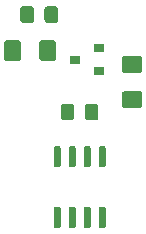
<source format=gbr>
G04 #@! TF.GenerationSoftware,KiCad,Pcbnew,(5.1.5)-1*
G04 #@! TF.CreationDate,2021-04-01T17:00:37+02:00*
G04 #@! TF.ProjectId,KonstantStromQuelle,4b6f6e73-7461-46e7-9453-74726f6d5175,rev?*
G04 #@! TF.SameCoordinates,Original*
G04 #@! TF.FileFunction,Paste,Top*
G04 #@! TF.FilePolarity,Positive*
%FSLAX46Y46*%
G04 Gerber Fmt 4.6, Leading zero omitted, Abs format (unit mm)*
G04 Created by KiCad (PCBNEW (5.1.5)-1) date 2021-04-01 17:00:37*
%MOMM*%
%LPD*%
G04 APERTURE LIST*
%ADD10C,0.100000*%
%ADD11R,0.900000X0.800000*%
G04 APERTURE END LIST*
D10*
G36*
X127958504Y-65674204D02*
G01*
X127982773Y-65677804D01*
X128006571Y-65683765D01*
X128029671Y-65692030D01*
X128051849Y-65702520D01*
X128072893Y-65715133D01*
X128092598Y-65729747D01*
X128110777Y-65746223D01*
X128127253Y-65764402D01*
X128141867Y-65784107D01*
X128154480Y-65805151D01*
X128164970Y-65827329D01*
X128173235Y-65850429D01*
X128179196Y-65874227D01*
X128182796Y-65898496D01*
X128184000Y-65923000D01*
X128184000Y-67173000D01*
X128182796Y-67197504D01*
X128179196Y-67221773D01*
X128173235Y-67245571D01*
X128164970Y-67268671D01*
X128154480Y-67290849D01*
X128141867Y-67311893D01*
X128127253Y-67331598D01*
X128110777Y-67349777D01*
X128092598Y-67366253D01*
X128072893Y-67380867D01*
X128051849Y-67393480D01*
X128029671Y-67403970D01*
X128006571Y-67412235D01*
X127982773Y-67418196D01*
X127958504Y-67421796D01*
X127934000Y-67423000D01*
X127009000Y-67423000D01*
X126984496Y-67421796D01*
X126960227Y-67418196D01*
X126936429Y-67412235D01*
X126913329Y-67403970D01*
X126891151Y-67393480D01*
X126870107Y-67380867D01*
X126850402Y-67366253D01*
X126832223Y-67349777D01*
X126815747Y-67331598D01*
X126801133Y-67311893D01*
X126788520Y-67290849D01*
X126778030Y-67268671D01*
X126769765Y-67245571D01*
X126763804Y-67221773D01*
X126760204Y-67197504D01*
X126759000Y-67173000D01*
X126759000Y-65923000D01*
X126760204Y-65898496D01*
X126763804Y-65874227D01*
X126769765Y-65850429D01*
X126778030Y-65827329D01*
X126788520Y-65805151D01*
X126801133Y-65784107D01*
X126815747Y-65764402D01*
X126832223Y-65746223D01*
X126850402Y-65729747D01*
X126870107Y-65715133D01*
X126891151Y-65702520D01*
X126913329Y-65692030D01*
X126936429Y-65683765D01*
X126960227Y-65677804D01*
X126984496Y-65674204D01*
X127009000Y-65673000D01*
X127934000Y-65673000D01*
X127958504Y-65674204D01*
G37*
G36*
X124983504Y-65674204D02*
G01*
X125007773Y-65677804D01*
X125031571Y-65683765D01*
X125054671Y-65692030D01*
X125076849Y-65702520D01*
X125097893Y-65715133D01*
X125117598Y-65729747D01*
X125135777Y-65746223D01*
X125152253Y-65764402D01*
X125166867Y-65784107D01*
X125179480Y-65805151D01*
X125189970Y-65827329D01*
X125198235Y-65850429D01*
X125204196Y-65874227D01*
X125207796Y-65898496D01*
X125209000Y-65923000D01*
X125209000Y-67173000D01*
X125207796Y-67197504D01*
X125204196Y-67221773D01*
X125198235Y-67245571D01*
X125189970Y-67268671D01*
X125179480Y-67290849D01*
X125166867Y-67311893D01*
X125152253Y-67331598D01*
X125135777Y-67349777D01*
X125117598Y-67366253D01*
X125097893Y-67380867D01*
X125076849Y-67393480D01*
X125054671Y-67403970D01*
X125031571Y-67412235D01*
X125007773Y-67418196D01*
X124983504Y-67421796D01*
X124959000Y-67423000D01*
X124034000Y-67423000D01*
X124009496Y-67421796D01*
X123985227Y-67418196D01*
X123961429Y-67412235D01*
X123938329Y-67403970D01*
X123916151Y-67393480D01*
X123895107Y-67380867D01*
X123875402Y-67366253D01*
X123857223Y-67349777D01*
X123840747Y-67331598D01*
X123826133Y-67311893D01*
X123813520Y-67290849D01*
X123803030Y-67268671D01*
X123794765Y-67245571D01*
X123788804Y-67221773D01*
X123785204Y-67197504D01*
X123784000Y-67173000D01*
X123784000Y-65923000D01*
X123785204Y-65898496D01*
X123788804Y-65874227D01*
X123794765Y-65850429D01*
X123803030Y-65827329D01*
X123813520Y-65805151D01*
X123826133Y-65784107D01*
X123840747Y-65764402D01*
X123857223Y-65746223D01*
X123875402Y-65729747D01*
X123895107Y-65715133D01*
X123916151Y-65702520D01*
X123938329Y-65692030D01*
X123961429Y-65683765D01*
X123985227Y-65677804D01*
X124009496Y-65674204D01*
X124034000Y-65673000D01*
X124959000Y-65673000D01*
X124983504Y-65674204D01*
G37*
G36*
X129499505Y-71056204D02*
G01*
X129523773Y-71059804D01*
X129547572Y-71065765D01*
X129570671Y-71074030D01*
X129592850Y-71084520D01*
X129613893Y-71097132D01*
X129633599Y-71111747D01*
X129651777Y-71128223D01*
X129668253Y-71146401D01*
X129682868Y-71166107D01*
X129695480Y-71187150D01*
X129705970Y-71209329D01*
X129714235Y-71232428D01*
X129720196Y-71256227D01*
X129723796Y-71280495D01*
X129725000Y-71304999D01*
X129725000Y-72205001D01*
X129723796Y-72229505D01*
X129720196Y-72253773D01*
X129714235Y-72277572D01*
X129705970Y-72300671D01*
X129695480Y-72322850D01*
X129682868Y-72343893D01*
X129668253Y-72363599D01*
X129651777Y-72381777D01*
X129633599Y-72398253D01*
X129613893Y-72412868D01*
X129592850Y-72425480D01*
X129570671Y-72435970D01*
X129547572Y-72444235D01*
X129523773Y-72450196D01*
X129499505Y-72453796D01*
X129475001Y-72455000D01*
X128824999Y-72455000D01*
X128800495Y-72453796D01*
X128776227Y-72450196D01*
X128752428Y-72444235D01*
X128729329Y-72435970D01*
X128707150Y-72425480D01*
X128686107Y-72412868D01*
X128666401Y-72398253D01*
X128648223Y-72381777D01*
X128631747Y-72363599D01*
X128617132Y-72343893D01*
X128604520Y-72322850D01*
X128594030Y-72300671D01*
X128585765Y-72277572D01*
X128579804Y-72253773D01*
X128576204Y-72229505D01*
X128575000Y-72205001D01*
X128575000Y-71304999D01*
X128576204Y-71280495D01*
X128579804Y-71256227D01*
X128585765Y-71232428D01*
X128594030Y-71209329D01*
X128604520Y-71187150D01*
X128617132Y-71166107D01*
X128631747Y-71146401D01*
X128648223Y-71128223D01*
X128666401Y-71111747D01*
X128686107Y-71097132D01*
X128707150Y-71084520D01*
X128729329Y-71074030D01*
X128752428Y-71065765D01*
X128776227Y-71059804D01*
X128800495Y-71056204D01*
X128824999Y-71055000D01*
X129475001Y-71055000D01*
X129499505Y-71056204D01*
G37*
G36*
X131549505Y-71056204D02*
G01*
X131573773Y-71059804D01*
X131597572Y-71065765D01*
X131620671Y-71074030D01*
X131642850Y-71084520D01*
X131663893Y-71097132D01*
X131683599Y-71111747D01*
X131701777Y-71128223D01*
X131718253Y-71146401D01*
X131732868Y-71166107D01*
X131745480Y-71187150D01*
X131755970Y-71209329D01*
X131764235Y-71232428D01*
X131770196Y-71256227D01*
X131773796Y-71280495D01*
X131775000Y-71304999D01*
X131775000Y-72205001D01*
X131773796Y-72229505D01*
X131770196Y-72253773D01*
X131764235Y-72277572D01*
X131755970Y-72300671D01*
X131745480Y-72322850D01*
X131732868Y-72343893D01*
X131718253Y-72363599D01*
X131701777Y-72381777D01*
X131683599Y-72398253D01*
X131663893Y-72412868D01*
X131642850Y-72425480D01*
X131620671Y-72435970D01*
X131597572Y-72444235D01*
X131573773Y-72450196D01*
X131549505Y-72453796D01*
X131525001Y-72455000D01*
X130874999Y-72455000D01*
X130850495Y-72453796D01*
X130826227Y-72450196D01*
X130802428Y-72444235D01*
X130779329Y-72435970D01*
X130757150Y-72425480D01*
X130736107Y-72412868D01*
X130716401Y-72398253D01*
X130698223Y-72381777D01*
X130681747Y-72363599D01*
X130667132Y-72343893D01*
X130654520Y-72322850D01*
X130644030Y-72300671D01*
X130635765Y-72277572D01*
X130629804Y-72253773D01*
X130626204Y-72229505D01*
X130625000Y-72205001D01*
X130625000Y-71304999D01*
X130626204Y-71280495D01*
X130629804Y-71256227D01*
X130635765Y-71232428D01*
X130644030Y-71209329D01*
X130654520Y-71187150D01*
X130667132Y-71166107D01*
X130681747Y-71146401D01*
X130698223Y-71128223D01*
X130716401Y-71111747D01*
X130736107Y-71097132D01*
X130757150Y-71084520D01*
X130779329Y-71074030D01*
X130802428Y-71065765D01*
X130826227Y-71059804D01*
X130850495Y-71056204D01*
X130874999Y-71055000D01*
X131525001Y-71055000D01*
X131549505Y-71056204D01*
G37*
G36*
X128129505Y-62801204D02*
G01*
X128153773Y-62804804D01*
X128177572Y-62810765D01*
X128200671Y-62819030D01*
X128222850Y-62829520D01*
X128243893Y-62842132D01*
X128263599Y-62856747D01*
X128281777Y-62873223D01*
X128298253Y-62891401D01*
X128312868Y-62911107D01*
X128325480Y-62932150D01*
X128335970Y-62954329D01*
X128344235Y-62977428D01*
X128350196Y-63001227D01*
X128353796Y-63025495D01*
X128355000Y-63049999D01*
X128355000Y-63950001D01*
X128353796Y-63974505D01*
X128350196Y-63998773D01*
X128344235Y-64022572D01*
X128335970Y-64045671D01*
X128325480Y-64067850D01*
X128312868Y-64088893D01*
X128298253Y-64108599D01*
X128281777Y-64126777D01*
X128263599Y-64143253D01*
X128243893Y-64157868D01*
X128222850Y-64170480D01*
X128200671Y-64180970D01*
X128177572Y-64189235D01*
X128153773Y-64195196D01*
X128129505Y-64198796D01*
X128105001Y-64200000D01*
X127454999Y-64200000D01*
X127430495Y-64198796D01*
X127406227Y-64195196D01*
X127382428Y-64189235D01*
X127359329Y-64180970D01*
X127337150Y-64170480D01*
X127316107Y-64157868D01*
X127296401Y-64143253D01*
X127278223Y-64126777D01*
X127261747Y-64108599D01*
X127247132Y-64088893D01*
X127234520Y-64067850D01*
X127224030Y-64045671D01*
X127215765Y-64022572D01*
X127209804Y-63998773D01*
X127206204Y-63974505D01*
X127205000Y-63950001D01*
X127205000Y-63049999D01*
X127206204Y-63025495D01*
X127209804Y-63001227D01*
X127215765Y-62977428D01*
X127224030Y-62954329D01*
X127234520Y-62932150D01*
X127247132Y-62911107D01*
X127261747Y-62891401D01*
X127278223Y-62873223D01*
X127296401Y-62856747D01*
X127316107Y-62842132D01*
X127337150Y-62829520D01*
X127359329Y-62819030D01*
X127382428Y-62810765D01*
X127406227Y-62804804D01*
X127430495Y-62801204D01*
X127454999Y-62800000D01*
X128105001Y-62800000D01*
X128129505Y-62801204D01*
G37*
G36*
X126079505Y-62801204D02*
G01*
X126103773Y-62804804D01*
X126127572Y-62810765D01*
X126150671Y-62819030D01*
X126172850Y-62829520D01*
X126193893Y-62842132D01*
X126213599Y-62856747D01*
X126231777Y-62873223D01*
X126248253Y-62891401D01*
X126262868Y-62911107D01*
X126275480Y-62932150D01*
X126285970Y-62954329D01*
X126294235Y-62977428D01*
X126300196Y-63001227D01*
X126303796Y-63025495D01*
X126305000Y-63049999D01*
X126305000Y-63950001D01*
X126303796Y-63974505D01*
X126300196Y-63998773D01*
X126294235Y-64022572D01*
X126285970Y-64045671D01*
X126275480Y-64067850D01*
X126262868Y-64088893D01*
X126248253Y-64108599D01*
X126231777Y-64126777D01*
X126213599Y-64143253D01*
X126193893Y-64157868D01*
X126172850Y-64170480D01*
X126150671Y-64180970D01*
X126127572Y-64189235D01*
X126103773Y-64195196D01*
X126079505Y-64198796D01*
X126055001Y-64200000D01*
X125404999Y-64200000D01*
X125380495Y-64198796D01*
X125356227Y-64195196D01*
X125332428Y-64189235D01*
X125309329Y-64180970D01*
X125287150Y-64170480D01*
X125266107Y-64157868D01*
X125246401Y-64143253D01*
X125228223Y-64126777D01*
X125211747Y-64108599D01*
X125197132Y-64088893D01*
X125184520Y-64067850D01*
X125174030Y-64045671D01*
X125165765Y-64022572D01*
X125159804Y-63998773D01*
X125156204Y-63974505D01*
X125155000Y-63950001D01*
X125155000Y-63049999D01*
X125156204Y-63025495D01*
X125159804Y-63001227D01*
X125165765Y-62977428D01*
X125174030Y-62954329D01*
X125184520Y-62932150D01*
X125197132Y-62911107D01*
X125211747Y-62891401D01*
X125228223Y-62873223D01*
X125246401Y-62856747D01*
X125266107Y-62842132D01*
X125287150Y-62829520D01*
X125309329Y-62819030D01*
X125332428Y-62810765D01*
X125356227Y-62804804D01*
X125380495Y-62801204D01*
X125404999Y-62800000D01*
X126055001Y-62800000D01*
X126079505Y-62801204D01*
G37*
D11*
X131810000Y-68260000D03*
X131810000Y-66360000D03*
X129810000Y-67310000D03*
D10*
G36*
X135269504Y-69991204D02*
G01*
X135293773Y-69994804D01*
X135317571Y-70000765D01*
X135340671Y-70009030D01*
X135362849Y-70019520D01*
X135383893Y-70032133D01*
X135403598Y-70046747D01*
X135421777Y-70063223D01*
X135438253Y-70081402D01*
X135452867Y-70101107D01*
X135465480Y-70122151D01*
X135475970Y-70144329D01*
X135484235Y-70167429D01*
X135490196Y-70191227D01*
X135493796Y-70215496D01*
X135495000Y-70240000D01*
X135495000Y-71165000D01*
X135493796Y-71189504D01*
X135490196Y-71213773D01*
X135484235Y-71237571D01*
X135475970Y-71260671D01*
X135465480Y-71282849D01*
X135452867Y-71303893D01*
X135438253Y-71323598D01*
X135421777Y-71341777D01*
X135403598Y-71358253D01*
X135383893Y-71372867D01*
X135362849Y-71385480D01*
X135340671Y-71395970D01*
X135317571Y-71404235D01*
X135293773Y-71410196D01*
X135269504Y-71413796D01*
X135245000Y-71415000D01*
X133995000Y-71415000D01*
X133970496Y-71413796D01*
X133946227Y-71410196D01*
X133922429Y-71404235D01*
X133899329Y-71395970D01*
X133877151Y-71385480D01*
X133856107Y-71372867D01*
X133836402Y-71358253D01*
X133818223Y-71341777D01*
X133801747Y-71323598D01*
X133787133Y-71303893D01*
X133774520Y-71282849D01*
X133764030Y-71260671D01*
X133755765Y-71237571D01*
X133749804Y-71213773D01*
X133746204Y-71189504D01*
X133745000Y-71165000D01*
X133745000Y-70240000D01*
X133746204Y-70215496D01*
X133749804Y-70191227D01*
X133755765Y-70167429D01*
X133764030Y-70144329D01*
X133774520Y-70122151D01*
X133787133Y-70101107D01*
X133801747Y-70081402D01*
X133818223Y-70063223D01*
X133836402Y-70046747D01*
X133856107Y-70032133D01*
X133877151Y-70019520D01*
X133899329Y-70009030D01*
X133922429Y-70000765D01*
X133946227Y-69994804D01*
X133970496Y-69991204D01*
X133995000Y-69990000D01*
X135245000Y-69990000D01*
X135269504Y-69991204D01*
G37*
G36*
X135269504Y-67016204D02*
G01*
X135293773Y-67019804D01*
X135317571Y-67025765D01*
X135340671Y-67034030D01*
X135362849Y-67044520D01*
X135383893Y-67057133D01*
X135403598Y-67071747D01*
X135421777Y-67088223D01*
X135438253Y-67106402D01*
X135452867Y-67126107D01*
X135465480Y-67147151D01*
X135475970Y-67169329D01*
X135484235Y-67192429D01*
X135490196Y-67216227D01*
X135493796Y-67240496D01*
X135495000Y-67265000D01*
X135495000Y-68190000D01*
X135493796Y-68214504D01*
X135490196Y-68238773D01*
X135484235Y-68262571D01*
X135475970Y-68285671D01*
X135465480Y-68307849D01*
X135452867Y-68328893D01*
X135438253Y-68348598D01*
X135421777Y-68366777D01*
X135403598Y-68383253D01*
X135383893Y-68397867D01*
X135362849Y-68410480D01*
X135340671Y-68420970D01*
X135317571Y-68429235D01*
X135293773Y-68435196D01*
X135269504Y-68438796D01*
X135245000Y-68440000D01*
X133995000Y-68440000D01*
X133970496Y-68438796D01*
X133946227Y-68435196D01*
X133922429Y-68429235D01*
X133899329Y-68420970D01*
X133877151Y-68410480D01*
X133856107Y-68397867D01*
X133836402Y-68383253D01*
X133818223Y-68366777D01*
X133801747Y-68348598D01*
X133787133Y-68328893D01*
X133774520Y-68307849D01*
X133764030Y-68285671D01*
X133755765Y-68262571D01*
X133749804Y-68238773D01*
X133746204Y-68214504D01*
X133745000Y-68190000D01*
X133745000Y-67265000D01*
X133746204Y-67240496D01*
X133749804Y-67216227D01*
X133755765Y-67192429D01*
X133764030Y-67169329D01*
X133774520Y-67147151D01*
X133787133Y-67126107D01*
X133801747Y-67106402D01*
X133818223Y-67088223D01*
X133836402Y-67071747D01*
X133856107Y-67057133D01*
X133877151Y-67044520D01*
X133899329Y-67034030D01*
X133922429Y-67025765D01*
X133946227Y-67019804D01*
X133970496Y-67016204D01*
X133995000Y-67015000D01*
X135245000Y-67015000D01*
X135269504Y-67016204D01*
G37*
G36*
X128434703Y-74655722D02*
G01*
X128449264Y-74657882D01*
X128463543Y-74661459D01*
X128477403Y-74666418D01*
X128490710Y-74672712D01*
X128503336Y-74680280D01*
X128515159Y-74689048D01*
X128526066Y-74698934D01*
X128535952Y-74709841D01*
X128544720Y-74721664D01*
X128552288Y-74734290D01*
X128558582Y-74747597D01*
X128563541Y-74761457D01*
X128567118Y-74775736D01*
X128569278Y-74790297D01*
X128570000Y-74805000D01*
X128570000Y-76255000D01*
X128569278Y-76269703D01*
X128567118Y-76284264D01*
X128563541Y-76298543D01*
X128558582Y-76312403D01*
X128552288Y-76325710D01*
X128544720Y-76338336D01*
X128535952Y-76350159D01*
X128526066Y-76361066D01*
X128515159Y-76370952D01*
X128503336Y-76379720D01*
X128490710Y-76387288D01*
X128477403Y-76393582D01*
X128463543Y-76398541D01*
X128449264Y-76402118D01*
X128434703Y-76404278D01*
X128420000Y-76405000D01*
X128120000Y-76405000D01*
X128105297Y-76404278D01*
X128090736Y-76402118D01*
X128076457Y-76398541D01*
X128062597Y-76393582D01*
X128049290Y-76387288D01*
X128036664Y-76379720D01*
X128024841Y-76370952D01*
X128013934Y-76361066D01*
X128004048Y-76350159D01*
X127995280Y-76338336D01*
X127987712Y-76325710D01*
X127981418Y-76312403D01*
X127976459Y-76298543D01*
X127972882Y-76284264D01*
X127970722Y-76269703D01*
X127970000Y-76255000D01*
X127970000Y-74805000D01*
X127970722Y-74790297D01*
X127972882Y-74775736D01*
X127976459Y-74761457D01*
X127981418Y-74747597D01*
X127987712Y-74734290D01*
X127995280Y-74721664D01*
X128004048Y-74709841D01*
X128013934Y-74698934D01*
X128024841Y-74689048D01*
X128036664Y-74680280D01*
X128049290Y-74672712D01*
X128062597Y-74666418D01*
X128076457Y-74661459D01*
X128090736Y-74657882D01*
X128105297Y-74655722D01*
X128120000Y-74655000D01*
X128420000Y-74655000D01*
X128434703Y-74655722D01*
G37*
G36*
X129704703Y-74655722D02*
G01*
X129719264Y-74657882D01*
X129733543Y-74661459D01*
X129747403Y-74666418D01*
X129760710Y-74672712D01*
X129773336Y-74680280D01*
X129785159Y-74689048D01*
X129796066Y-74698934D01*
X129805952Y-74709841D01*
X129814720Y-74721664D01*
X129822288Y-74734290D01*
X129828582Y-74747597D01*
X129833541Y-74761457D01*
X129837118Y-74775736D01*
X129839278Y-74790297D01*
X129840000Y-74805000D01*
X129840000Y-76255000D01*
X129839278Y-76269703D01*
X129837118Y-76284264D01*
X129833541Y-76298543D01*
X129828582Y-76312403D01*
X129822288Y-76325710D01*
X129814720Y-76338336D01*
X129805952Y-76350159D01*
X129796066Y-76361066D01*
X129785159Y-76370952D01*
X129773336Y-76379720D01*
X129760710Y-76387288D01*
X129747403Y-76393582D01*
X129733543Y-76398541D01*
X129719264Y-76402118D01*
X129704703Y-76404278D01*
X129690000Y-76405000D01*
X129390000Y-76405000D01*
X129375297Y-76404278D01*
X129360736Y-76402118D01*
X129346457Y-76398541D01*
X129332597Y-76393582D01*
X129319290Y-76387288D01*
X129306664Y-76379720D01*
X129294841Y-76370952D01*
X129283934Y-76361066D01*
X129274048Y-76350159D01*
X129265280Y-76338336D01*
X129257712Y-76325710D01*
X129251418Y-76312403D01*
X129246459Y-76298543D01*
X129242882Y-76284264D01*
X129240722Y-76269703D01*
X129240000Y-76255000D01*
X129240000Y-74805000D01*
X129240722Y-74790297D01*
X129242882Y-74775736D01*
X129246459Y-74761457D01*
X129251418Y-74747597D01*
X129257712Y-74734290D01*
X129265280Y-74721664D01*
X129274048Y-74709841D01*
X129283934Y-74698934D01*
X129294841Y-74689048D01*
X129306664Y-74680280D01*
X129319290Y-74672712D01*
X129332597Y-74666418D01*
X129346457Y-74661459D01*
X129360736Y-74657882D01*
X129375297Y-74655722D01*
X129390000Y-74655000D01*
X129690000Y-74655000D01*
X129704703Y-74655722D01*
G37*
G36*
X130974703Y-74655722D02*
G01*
X130989264Y-74657882D01*
X131003543Y-74661459D01*
X131017403Y-74666418D01*
X131030710Y-74672712D01*
X131043336Y-74680280D01*
X131055159Y-74689048D01*
X131066066Y-74698934D01*
X131075952Y-74709841D01*
X131084720Y-74721664D01*
X131092288Y-74734290D01*
X131098582Y-74747597D01*
X131103541Y-74761457D01*
X131107118Y-74775736D01*
X131109278Y-74790297D01*
X131110000Y-74805000D01*
X131110000Y-76255000D01*
X131109278Y-76269703D01*
X131107118Y-76284264D01*
X131103541Y-76298543D01*
X131098582Y-76312403D01*
X131092288Y-76325710D01*
X131084720Y-76338336D01*
X131075952Y-76350159D01*
X131066066Y-76361066D01*
X131055159Y-76370952D01*
X131043336Y-76379720D01*
X131030710Y-76387288D01*
X131017403Y-76393582D01*
X131003543Y-76398541D01*
X130989264Y-76402118D01*
X130974703Y-76404278D01*
X130960000Y-76405000D01*
X130660000Y-76405000D01*
X130645297Y-76404278D01*
X130630736Y-76402118D01*
X130616457Y-76398541D01*
X130602597Y-76393582D01*
X130589290Y-76387288D01*
X130576664Y-76379720D01*
X130564841Y-76370952D01*
X130553934Y-76361066D01*
X130544048Y-76350159D01*
X130535280Y-76338336D01*
X130527712Y-76325710D01*
X130521418Y-76312403D01*
X130516459Y-76298543D01*
X130512882Y-76284264D01*
X130510722Y-76269703D01*
X130510000Y-76255000D01*
X130510000Y-74805000D01*
X130510722Y-74790297D01*
X130512882Y-74775736D01*
X130516459Y-74761457D01*
X130521418Y-74747597D01*
X130527712Y-74734290D01*
X130535280Y-74721664D01*
X130544048Y-74709841D01*
X130553934Y-74698934D01*
X130564841Y-74689048D01*
X130576664Y-74680280D01*
X130589290Y-74672712D01*
X130602597Y-74666418D01*
X130616457Y-74661459D01*
X130630736Y-74657882D01*
X130645297Y-74655722D01*
X130660000Y-74655000D01*
X130960000Y-74655000D01*
X130974703Y-74655722D01*
G37*
G36*
X132244703Y-74655722D02*
G01*
X132259264Y-74657882D01*
X132273543Y-74661459D01*
X132287403Y-74666418D01*
X132300710Y-74672712D01*
X132313336Y-74680280D01*
X132325159Y-74689048D01*
X132336066Y-74698934D01*
X132345952Y-74709841D01*
X132354720Y-74721664D01*
X132362288Y-74734290D01*
X132368582Y-74747597D01*
X132373541Y-74761457D01*
X132377118Y-74775736D01*
X132379278Y-74790297D01*
X132380000Y-74805000D01*
X132380000Y-76255000D01*
X132379278Y-76269703D01*
X132377118Y-76284264D01*
X132373541Y-76298543D01*
X132368582Y-76312403D01*
X132362288Y-76325710D01*
X132354720Y-76338336D01*
X132345952Y-76350159D01*
X132336066Y-76361066D01*
X132325159Y-76370952D01*
X132313336Y-76379720D01*
X132300710Y-76387288D01*
X132287403Y-76393582D01*
X132273543Y-76398541D01*
X132259264Y-76402118D01*
X132244703Y-76404278D01*
X132230000Y-76405000D01*
X131930000Y-76405000D01*
X131915297Y-76404278D01*
X131900736Y-76402118D01*
X131886457Y-76398541D01*
X131872597Y-76393582D01*
X131859290Y-76387288D01*
X131846664Y-76379720D01*
X131834841Y-76370952D01*
X131823934Y-76361066D01*
X131814048Y-76350159D01*
X131805280Y-76338336D01*
X131797712Y-76325710D01*
X131791418Y-76312403D01*
X131786459Y-76298543D01*
X131782882Y-76284264D01*
X131780722Y-76269703D01*
X131780000Y-76255000D01*
X131780000Y-74805000D01*
X131780722Y-74790297D01*
X131782882Y-74775736D01*
X131786459Y-74761457D01*
X131791418Y-74747597D01*
X131797712Y-74734290D01*
X131805280Y-74721664D01*
X131814048Y-74709841D01*
X131823934Y-74698934D01*
X131834841Y-74689048D01*
X131846664Y-74680280D01*
X131859290Y-74672712D01*
X131872597Y-74666418D01*
X131886457Y-74661459D01*
X131900736Y-74657882D01*
X131915297Y-74655722D01*
X131930000Y-74655000D01*
X132230000Y-74655000D01*
X132244703Y-74655722D01*
G37*
G36*
X132244703Y-79805722D02*
G01*
X132259264Y-79807882D01*
X132273543Y-79811459D01*
X132287403Y-79816418D01*
X132300710Y-79822712D01*
X132313336Y-79830280D01*
X132325159Y-79839048D01*
X132336066Y-79848934D01*
X132345952Y-79859841D01*
X132354720Y-79871664D01*
X132362288Y-79884290D01*
X132368582Y-79897597D01*
X132373541Y-79911457D01*
X132377118Y-79925736D01*
X132379278Y-79940297D01*
X132380000Y-79955000D01*
X132380000Y-81405000D01*
X132379278Y-81419703D01*
X132377118Y-81434264D01*
X132373541Y-81448543D01*
X132368582Y-81462403D01*
X132362288Y-81475710D01*
X132354720Y-81488336D01*
X132345952Y-81500159D01*
X132336066Y-81511066D01*
X132325159Y-81520952D01*
X132313336Y-81529720D01*
X132300710Y-81537288D01*
X132287403Y-81543582D01*
X132273543Y-81548541D01*
X132259264Y-81552118D01*
X132244703Y-81554278D01*
X132230000Y-81555000D01*
X131930000Y-81555000D01*
X131915297Y-81554278D01*
X131900736Y-81552118D01*
X131886457Y-81548541D01*
X131872597Y-81543582D01*
X131859290Y-81537288D01*
X131846664Y-81529720D01*
X131834841Y-81520952D01*
X131823934Y-81511066D01*
X131814048Y-81500159D01*
X131805280Y-81488336D01*
X131797712Y-81475710D01*
X131791418Y-81462403D01*
X131786459Y-81448543D01*
X131782882Y-81434264D01*
X131780722Y-81419703D01*
X131780000Y-81405000D01*
X131780000Y-79955000D01*
X131780722Y-79940297D01*
X131782882Y-79925736D01*
X131786459Y-79911457D01*
X131791418Y-79897597D01*
X131797712Y-79884290D01*
X131805280Y-79871664D01*
X131814048Y-79859841D01*
X131823934Y-79848934D01*
X131834841Y-79839048D01*
X131846664Y-79830280D01*
X131859290Y-79822712D01*
X131872597Y-79816418D01*
X131886457Y-79811459D01*
X131900736Y-79807882D01*
X131915297Y-79805722D01*
X131930000Y-79805000D01*
X132230000Y-79805000D01*
X132244703Y-79805722D01*
G37*
G36*
X130974703Y-79805722D02*
G01*
X130989264Y-79807882D01*
X131003543Y-79811459D01*
X131017403Y-79816418D01*
X131030710Y-79822712D01*
X131043336Y-79830280D01*
X131055159Y-79839048D01*
X131066066Y-79848934D01*
X131075952Y-79859841D01*
X131084720Y-79871664D01*
X131092288Y-79884290D01*
X131098582Y-79897597D01*
X131103541Y-79911457D01*
X131107118Y-79925736D01*
X131109278Y-79940297D01*
X131110000Y-79955000D01*
X131110000Y-81405000D01*
X131109278Y-81419703D01*
X131107118Y-81434264D01*
X131103541Y-81448543D01*
X131098582Y-81462403D01*
X131092288Y-81475710D01*
X131084720Y-81488336D01*
X131075952Y-81500159D01*
X131066066Y-81511066D01*
X131055159Y-81520952D01*
X131043336Y-81529720D01*
X131030710Y-81537288D01*
X131017403Y-81543582D01*
X131003543Y-81548541D01*
X130989264Y-81552118D01*
X130974703Y-81554278D01*
X130960000Y-81555000D01*
X130660000Y-81555000D01*
X130645297Y-81554278D01*
X130630736Y-81552118D01*
X130616457Y-81548541D01*
X130602597Y-81543582D01*
X130589290Y-81537288D01*
X130576664Y-81529720D01*
X130564841Y-81520952D01*
X130553934Y-81511066D01*
X130544048Y-81500159D01*
X130535280Y-81488336D01*
X130527712Y-81475710D01*
X130521418Y-81462403D01*
X130516459Y-81448543D01*
X130512882Y-81434264D01*
X130510722Y-81419703D01*
X130510000Y-81405000D01*
X130510000Y-79955000D01*
X130510722Y-79940297D01*
X130512882Y-79925736D01*
X130516459Y-79911457D01*
X130521418Y-79897597D01*
X130527712Y-79884290D01*
X130535280Y-79871664D01*
X130544048Y-79859841D01*
X130553934Y-79848934D01*
X130564841Y-79839048D01*
X130576664Y-79830280D01*
X130589290Y-79822712D01*
X130602597Y-79816418D01*
X130616457Y-79811459D01*
X130630736Y-79807882D01*
X130645297Y-79805722D01*
X130660000Y-79805000D01*
X130960000Y-79805000D01*
X130974703Y-79805722D01*
G37*
G36*
X129704703Y-79805722D02*
G01*
X129719264Y-79807882D01*
X129733543Y-79811459D01*
X129747403Y-79816418D01*
X129760710Y-79822712D01*
X129773336Y-79830280D01*
X129785159Y-79839048D01*
X129796066Y-79848934D01*
X129805952Y-79859841D01*
X129814720Y-79871664D01*
X129822288Y-79884290D01*
X129828582Y-79897597D01*
X129833541Y-79911457D01*
X129837118Y-79925736D01*
X129839278Y-79940297D01*
X129840000Y-79955000D01*
X129840000Y-81405000D01*
X129839278Y-81419703D01*
X129837118Y-81434264D01*
X129833541Y-81448543D01*
X129828582Y-81462403D01*
X129822288Y-81475710D01*
X129814720Y-81488336D01*
X129805952Y-81500159D01*
X129796066Y-81511066D01*
X129785159Y-81520952D01*
X129773336Y-81529720D01*
X129760710Y-81537288D01*
X129747403Y-81543582D01*
X129733543Y-81548541D01*
X129719264Y-81552118D01*
X129704703Y-81554278D01*
X129690000Y-81555000D01*
X129390000Y-81555000D01*
X129375297Y-81554278D01*
X129360736Y-81552118D01*
X129346457Y-81548541D01*
X129332597Y-81543582D01*
X129319290Y-81537288D01*
X129306664Y-81529720D01*
X129294841Y-81520952D01*
X129283934Y-81511066D01*
X129274048Y-81500159D01*
X129265280Y-81488336D01*
X129257712Y-81475710D01*
X129251418Y-81462403D01*
X129246459Y-81448543D01*
X129242882Y-81434264D01*
X129240722Y-81419703D01*
X129240000Y-81405000D01*
X129240000Y-79955000D01*
X129240722Y-79940297D01*
X129242882Y-79925736D01*
X129246459Y-79911457D01*
X129251418Y-79897597D01*
X129257712Y-79884290D01*
X129265280Y-79871664D01*
X129274048Y-79859841D01*
X129283934Y-79848934D01*
X129294841Y-79839048D01*
X129306664Y-79830280D01*
X129319290Y-79822712D01*
X129332597Y-79816418D01*
X129346457Y-79811459D01*
X129360736Y-79807882D01*
X129375297Y-79805722D01*
X129390000Y-79805000D01*
X129690000Y-79805000D01*
X129704703Y-79805722D01*
G37*
G36*
X128434703Y-79805722D02*
G01*
X128449264Y-79807882D01*
X128463543Y-79811459D01*
X128477403Y-79816418D01*
X128490710Y-79822712D01*
X128503336Y-79830280D01*
X128515159Y-79839048D01*
X128526066Y-79848934D01*
X128535952Y-79859841D01*
X128544720Y-79871664D01*
X128552288Y-79884290D01*
X128558582Y-79897597D01*
X128563541Y-79911457D01*
X128567118Y-79925736D01*
X128569278Y-79940297D01*
X128570000Y-79955000D01*
X128570000Y-81405000D01*
X128569278Y-81419703D01*
X128567118Y-81434264D01*
X128563541Y-81448543D01*
X128558582Y-81462403D01*
X128552288Y-81475710D01*
X128544720Y-81488336D01*
X128535952Y-81500159D01*
X128526066Y-81511066D01*
X128515159Y-81520952D01*
X128503336Y-81529720D01*
X128490710Y-81537288D01*
X128477403Y-81543582D01*
X128463543Y-81548541D01*
X128449264Y-81552118D01*
X128434703Y-81554278D01*
X128420000Y-81555000D01*
X128120000Y-81555000D01*
X128105297Y-81554278D01*
X128090736Y-81552118D01*
X128076457Y-81548541D01*
X128062597Y-81543582D01*
X128049290Y-81537288D01*
X128036664Y-81529720D01*
X128024841Y-81520952D01*
X128013934Y-81511066D01*
X128004048Y-81500159D01*
X127995280Y-81488336D01*
X127987712Y-81475710D01*
X127981418Y-81462403D01*
X127976459Y-81448543D01*
X127972882Y-81434264D01*
X127970722Y-81419703D01*
X127970000Y-81405000D01*
X127970000Y-79955000D01*
X127970722Y-79940297D01*
X127972882Y-79925736D01*
X127976459Y-79911457D01*
X127981418Y-79897597D01*
X127987712Y-79884290D01*
X127995280Y-79871664D01*
X128004048Y-79859841D01*
X128013934Y-79848934D01*
X128024841Y-79839048D01*
X128036664Y-79830280D01*
X128049290Y-79822712D01*
X128062597Y-79816418D01*
X128076457Y-79811459D01*
X128090736Y-79807882D01*
X128105297Y-79805722D01*
X128120000Y-79805000D01*
X128420000Y-79805000D01*
X128434703Y-79805722D01*
G37*
M02*

</source>
